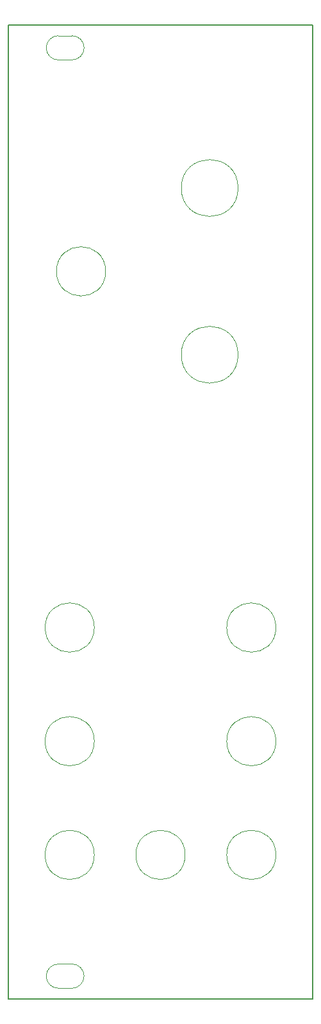
<source format=gm1>
G04 #@! TF.GenerationSoftware,KiCad,Pcbnew,(5.0.0-rc2)*
G04 #@! TF.CreationDate,2020-07-08T20:50:26+03:00*
G04 #@! TF.ProjectId,VCAPNL2,564341504E4C322E6B696361645F7063,rev?*
G04 #@! TF.SameCoordinates,PX2e28680PY88601c0*
G04 #@! TF.FileFunction,Profile,NP*
%FSLAX46Y46*%
G04 Gerber Fmt 4.6, Leading zero omitted, Abs format (unit mm)*
G04 Created by KiCad (PCBNEW (5.0.0-rc2)) date Wed Jul  8 20:50:26 2020*
%MOMM*%
%LPD*%
G01*
G04 APERTURE LIST*
%ADD10C,0.200000*%
G04 #@! TA.AperFunction,NonConductor*
%ADD11C,0.120000*%
G04 #@! TD*
G04 APERTURE END LIST*
D10*
X0Y128500000D02*
X0Y0D01*
X40200000Y128500000D02*
X0Y128500000D01*
X40200000Y0D02*
X40200000Y128500000D01*
X0Y0D02*
X40200000Y0D01*
D11*
G04 #@! TO.C,Ref\002A\002A*
X30350000Y107000000D02*
G75*
G03X30350000Y107000000I-3750000J0D01*
G01*
X12850000Y96000000D02*
G75*
G03X12850000Y96000000I-3250000J0D01*
G01*
X30350000Y85000000D02*
G75*
G03X30350000Y85000000I-3750000J0D01*
G01*
G04 #@! TO.C,X*
X6600000Y127100000D02*
X8400000Y127100000D01*
X6600000Y123900000D02*
X8400000Y123900000D01*
X5000000Y125500000D02*
G75*
G03X6600000Y123900000I1600000J0D01*
G01*
X6600000Y127100000D02*
G75*
G03X5000000Y125500000I0J-1600000D01*
G01*
X8400000Y123900000D02*
G75*
G03X10000000Y125500000I0J1600000D01*
G01*
X10000000Y125500000D02*
G75*
G03X8400000Y127100000I-1600000J0D01*
G01*
X10000000Y3000000D02*
G75*
G03X8400000Y4600000I-1600000J0D01*
G01*
X8400000Y1400000D02*
G75*
G03X10000000Y3000000I0J1600000D01*
G01*
X6600000Y4600000D02*
G75*
G03X5000000Y3000000I0J-1600000D01*
G01*
X5000000Y3000000D02*
G75*
G03X6600000Y1400000I1600000J0D01*
G01*
X6600000Y1400000D02*
X8400000Y1400000D01*
X6600000Y4600000D02*
X8400000Y4600000D01*
G04 #@! TO.C,Ref\002A\002A*
X11350000Y49000000D02*
G75*
G03X11350000Y49000000I-3250000J0D01*
G01*
X35350000Y49000000D02*
G75*
G03X35350000Y49000000I-3250000J0D01*
G01*
X11350000Y34000000D02*
G75*
G03X11350000Y34000000I-3250000J0D01*
G01*
X35350000Y34000000D02*
G75*
G03X35350000Y34000000I-3250000J0D01*
G01*
X11350000Y19000000D02*
G75*
G03X11350000Y19000000I-3250000J0D01*
G01*
X23350000Y19000000D02*
G75*
G03X23350000Y19000000I-3250000J0D01*
G01*
X35350000Y19000000D02*
G75*
G03X35350000Y19000000I-3250000J0D01*
G01*
G04 #@! TD*
M02*

</source>
